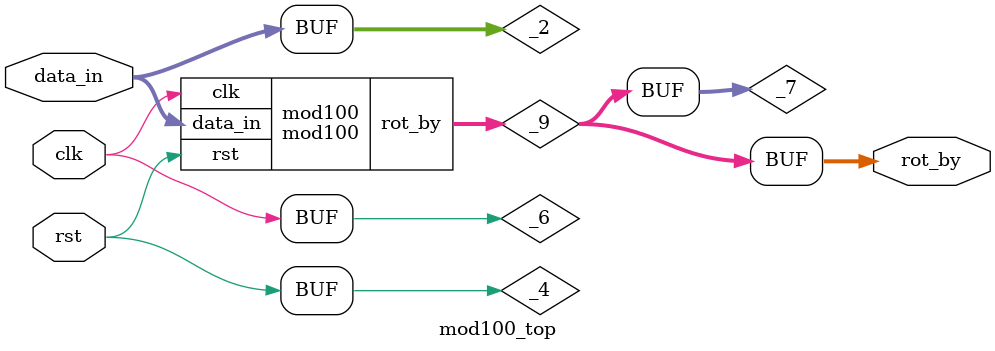
<source format=v>
module mod100 (
    rst,
    clk,
    data_in,
    rot_by
);

    input rst;
    input clk;
    input [31:0] data_in;
    output [7:0] rot_by;

    wire [31:0] _27;
    wire [31:0] _23;
    wire [95:0] _18;
    wire [63:0] _16;
    wire [95:0] _17;
    reg [95:0] _19;
    wire [31:0] _20;
    reg [31:0] _22;
    wire [63:0] _24;
    wire _2;
    wire _4;
    wire [31:0] _6;
    reg [31:0] _10;
    reg [31:0] _12;
    reg [31:0] _14;
    wire [63:0] _15;
    wire [63:0] _25;
    wire [31:0] _26;
    reg [31:0] _28;
    wire [7:0] _29;
    assign _27 = 32'b00000000000000000000000000000000;
    assign _23 = 32'b00000000000000000000000001100100;
    assign _18 = 96'b000000000000000000000000000000000000000000000000000000000000000000000000000000000000000000000000;
    assign _16 = 64'b0000000000000000000000000000000000000010100011110101110000101001;
    assign _17 = _10 * _16;
    always @(posedge _4) begin
        if (_2)
            _19 <= _18;
        else
            _19 <= _17;
    end
    assign _20 = _19[63:32];
    always @(posedge _4) begin
        if (_2)
            _22 <= _27;
        else
            _22 <= _20;
    end
    assign _24 = _22 * _23;
    assign _2 = rst;
    assign _4 = clk;
    assign _6 = data_in;
    always @(posedge _4) begin
        if (_2)
            _10 <= _27;
        else
            _10 <= _6;
    end
    always @(posedge _4) begin
        if (_2)
            _12 <= _27;
        else
            _12 <= _10;
    end
    always @(posedge _4) begin
        if (_2)
            _14 <= _27;
        else
            _14 <= _12;
    end
    assign _15 = { _27,
                   _14 };
    assign _25 = _15 - _24;
    assign _26 = _25[31:0];
    always @(posedge _4) begin
        if (_2)
            _28 <= _27;
        else
            _28 <= _26;
    end
    assign _29 = _28[7:0];
    assign rot_by = _29;

endmodule
module mod100_top (
    data_in,
    rst,
    clk,
    rot_by
);

    input [31:0] data_in;
    input rst;
    input clk;
    output [7:0] rot_by;

    wire [31:0] _2;
    wire _4;
    wire _6;
    wire [7:0] _9;
    wire [7:0] _7;
    assign _2 = data_in;
    assign _4 = rst;
    assign _6 = clk;
    mod100
        mod100
        ( .clk(_6),
          .rst(_4),
          .data_in(_2),
          .rot_by(_9[7:0]) );
    assign _7 = _9;
    assign rot_by = _7;

endmodule


</source>
